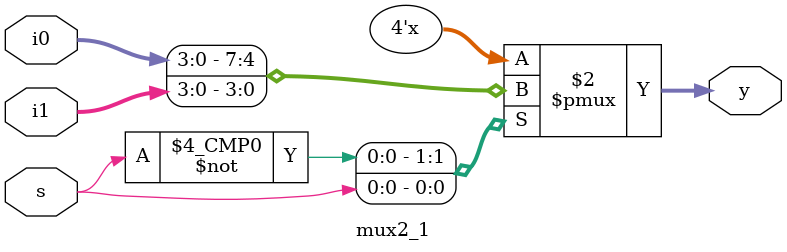
<source format=v>
module mux2_1(input [3:0]i0,
              input [3:0]i1,
              input s,output reg [3:0]y);
  
  always @(*) begin
    
    case (s) 
      1'b0: y = i0;
      1'b1: y = i1;
    endcase
    
  end
endmodule


</source>
